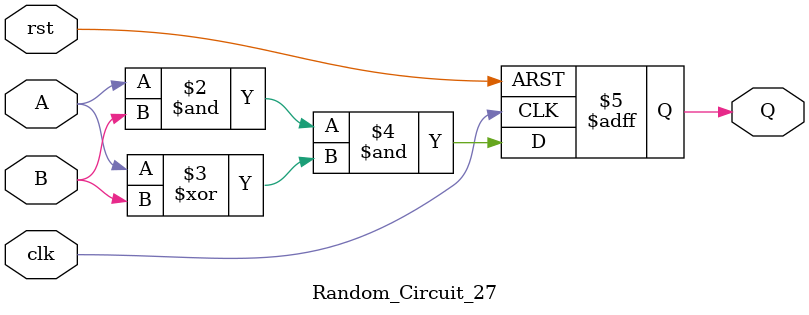
<source format=v>
module Random_Circuit_27 (
    input A, B, clk, rst,
    output reg Q
);
    always @(posedge clk or posedge rst) begin
        if (rst)
            Q <= 0;
        else
            Q <= (A & B) & (A ^ B);  // AND, XOR logic
    end
endmodule

</source>
